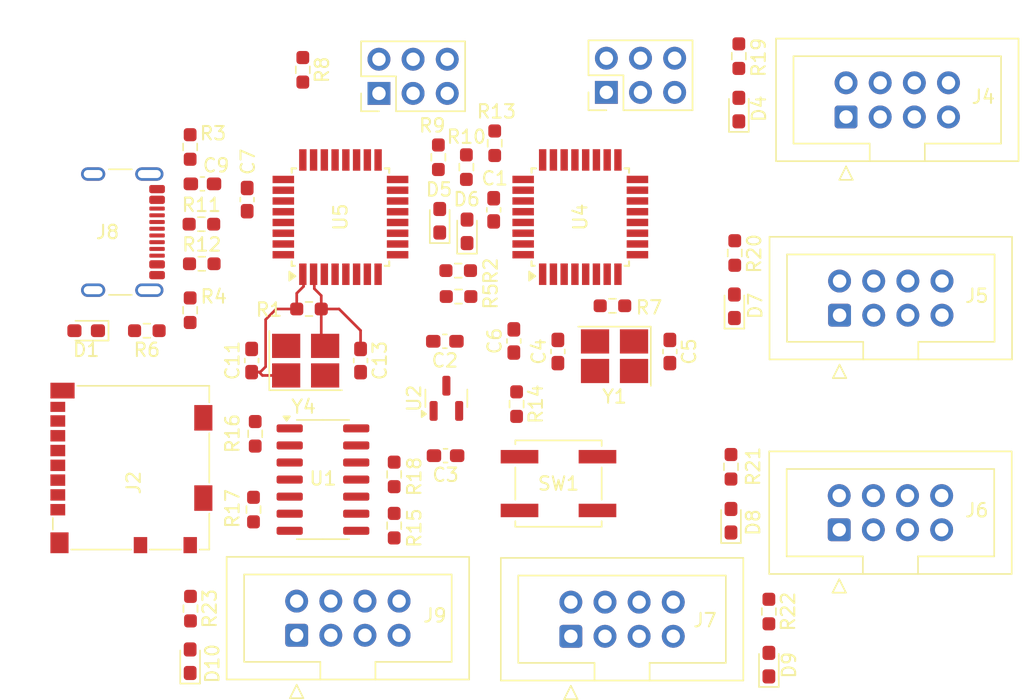
<source format=kicad_pcb>
(kicad_pcb (version 20240108) (generator "pcbnew") (generator_version "8.0")
  (title_block (title "PicoMother") (date "2024-10-23") (rev "1") (company "Bonningre Louis") (comment 1 "Antoine Lecomte"))
  (layers (0 "F.Cu" signal) (31 "B.Cu" signal) (34 "B.Paste" user) (35 "F.Paste" user) (36 "B.SilkS" user "B.Silkscreen") (37 "F.SilkS" user "F.Silkscreen") (38 "B.Mask" user) (39 "F.Mask" user) (44 "Edge.Cuts" user))
  (net 0 "")
  (net 1 "GND")
  (net 2 "Net-(U4-XTAL1{slash}PB6)")
  (net 3 "RESET")
  (net 4 "DTR")
  (net 5 "Net-(U4-XTAL2{slash}PB7)")
  (net 6 "RESET2")
  (net 7 "Net-(D5-A)")
  (net 8 "TXLED")
  (net 9 "RXLED")
  (net 10 "Net-(D6-A)")
  (net 11 "Net-(D1-K)")
  (net 12 "USBVCC")
  (net 13 "SCK2")
  (net 14 "MOSI2")
  (net 15 "MISO2")
  (net 16 "MISO")
  (net 17 "MOSI")
  (net 18 "SCK")
  (net 19 "Net-(U4-PD1)")
  (net 20 "CC2")
  (net 21 "D+")
  (net 22 "D-")
  (net 24 "CC1")
  (net 26 "Net-(U4-GND-Pad21)")
  (net 28 "Net-(J8-D+-PadA6)")
  (net 29 "Net-(J8-D--PadA7)")
  (net 30 "M8RXD")
  (net 31 "M8TXD")
  (net 32 "Net-(U5-UCAP)")
  (net 33 "Net-(U5-PC0{slash}XTAL2)")
  (net 34 "Net-(U5-XTAL1)")
  (net 43 "Net-(D4-A)")
  (net 44 "Net-(D7-A)")
  (net 45 "Net-(D8-A)")
  (net 46 "Net-(D9-A)")
  (net 47 "Net-(D10-A)")
  (net 49 "+3V3")
  (net 50 "MOSI_1")
  (net 51 "CS1_1")
  (net 53 "SCK_1")
  (net 55 "MISO_1")
  (net 57 "INT1")
  (net 58 "RST1")
  (net 59 "CS2")
  (net 60 "RST2")
  (net 61 "INT2")
  (net 62 "CS3")
  (net 63 "RST3")
  (net 64 "INT3")
  (net 65 "CS4")
  (net 66 "RST4")
  (net 67 "INT4")
  (net 68 "CS5")
  (net 69 "INT5")
  (net 70 "RST5")
  (net 71 "CS6")
  (net 72 "Net-(R15-Pad2)")
  (net 73 "CS1")
  (net 74 "Net-(R16-Pad2)")
  (net 75 "Net-(R17-Pad2)")
  (net 76 "Net-(R18-Pad2)")
  (footprint "Resistor_SMD:R_0603_1608Metric_Pad0.98x0.95mm_HandSolder" (layer "F.Cu") (at 120.4468 81.1784 -90)
    (property "Reference" "R8" (at 0 -1.43 90) (layer "F.SilkS"))
    (property "Value" "10k")
    (pad "1" smd roundrect (at -0.9125 0 270) (size 0.975 0.95) (layers "F.Cu" "F.Paste" "F.Mask") (net 12 "USBVCC"))
    (pad "2" smd roundrect (at 0.9125 0 270) (size 0.975 0.95) (layers "F.Cu" "F.Paste" "F.Mask") (net 6 "RESET2"))
  )
  (footprint "Resistor_SMD:R_0603_1608Metric_Pad0.98x0.95mm_HandSolder" (layer "F.Cu") (at 120.9061 98.9695 180)
    (property "Reference" "R1" (at 2.9699 -0.0508 0) (layer "F.SilkS"))
    (property "Value" "1M")
    (pad "1" smd roundrect (at -0.9125 0 180) (size 0.975 0.95) (layers "F.Cu" "F.Paste" "F.Mask") (net 34 "Net-(U5-XTAL1)"))
    (pad "2" smd roundrect (at 0.9125 0 180) (size 0.975 0.95) (layers "F.Cu" "F.Paste" "F.Mask") (net 33 "Net-(U5-PC0{slash}XTAL2)"))
  )
  (footprint "Connector_IDC:IDC-Header_2x04_P2.54mm_Vertical" (layer "F.Cu") (at 119.9896 123.2408 90)
    (property "Reference" "J9" (at 1.4732 10.287 180) (layer "F.SilkS"))
    (property "Value" "Conn_02x04_Counter_Clockwise" (hide yes))
    (pad "1" thru_hole roundrect (at 0 0 90) (size 1.7 1.7) (drill 1) (layers "*.Cu" "*.Mask") (roundrect_rratio 0.147059) (net 1 "GND"))
    (pad "2" thru_hole circle (at 2.54 0 90) (size 1.7 1.7) (drill 1) (layers "*.Cu" "*.Mask") (net 12 "USBVCC"))
    (pad "3" thru_hole circle (at 0 2.54 90) (size 1.7 1.7) (drill 1) (layers "*.Cu" "*.Mask") (net 17 "MOSI"))
    (pad "4" thru_hole circle (at 2.54 2.54 90) (size 1.7 1.7) (drill 1) (layers "*.Cu" "*.Mask") (net 69 "INT5"))
    (pad "5" thru_hole circle (at 0 5.08 90) (size 1.7 1.7) (drill 1) (layers "*.Cu" "*.Mask") (net 16 "MISO"))
    (pad "6" thru_hole circle (at 2.54 5.08 90) (size 1.7 1.7) (drill 1) (layers "*.Cu" "*.Mask") (net 70 "RST5"))
    (pad "7" thru_hole circle (at 0 7.62 90) (size 1.7 1.7) (drill 1) (layers "*.Cu" "*.Mask") (net 18 "SCK"))
    (pad "8" thru_hole circle (at 2.54 7.62 90) (size 1.7 1.7) (drill 1) (layers "*.Cu" "*.Mask") (net 71 "CS6"))
  )
  (footprint "Resistor_SMD:R_0603_1608Metric_Pad0.98x0.95mm_HandSolder" (layer "F.Cu") (at 112.903 92.6592)
    (property "Reference" "R11" (at 0 -1.43 0) (layer "F.SilkS"))
    (property "Value" "22R" (hide yes))
    (pad "1" smd roundrect (at -0.9125 0) (size 0.975 0.95) (layers "F.Cu" "F.Paste" "F.Mask") (net 29 "Net-(J8-D--PadA7)"))
    (pad "2" smd roundrect (at 0.9125 0) (size 0.975 0.95) (layers "F.Cu" "F.Paste" "F.Mask") (net 22 "D-"))
  )
  (footprint "Capacitor_SMD:C_0603_1608Metric_Pad1.08x0.95mm_HandSolder" (layer "F.Cu") (at 139.4206 102.1334 90)
    (property "Reference" "C4" (at 0 -1.43 90) (layer "F.SilkS"))
    (property "Value" "22p")
    (pad "1" smd roundrect (at -0.8625 0 90) (size 1.075 0.95) (layers "F.Cu" "F.Paste" "F.Mask") (net 2 "Net-(U4-XTAL1{slash}PB6)"))
    (pad "2" smd roundrect (at 0.8625 0 90) (size 1.075 0.95) (layers "F.Cu" "F.Paste" "F.Mask") (net 1 "GND"))
  )
  (footprint "Resistor_SMD:R_0603_1608Metric_Pad0.98x0.95mm_HandSolder" (layer "F.Cu") (at 134.7216 86.6394 90)
    (property "Reference" "R13" (at 2.3622 0.127 180) (layer "F.SilkS"))
    (property "Value" "1k" (hide yes))
    (pad "1" smd roundrect (at -0.9125 0 90) (size 0.975 0.95) (layers "F.Cu" "F.Paste" "F.Mask") (net 4 "DTR"))
    (pad "2" smd roundrect (at 0.9125 0 90) (size 0.975 0.95) (layers "F.Cu" "F.Paste" "F.Mask") (net 1 "GND"))
  )
  (footprint "Package_QFP:TQFP-32_7x7mm_P0.8mm" (layer "F.Cu") (at 123.2474 92.134 90)
    (property "Reference" "U5" (at 0 0 90) (layer "F.SilkS"))
    (property "Value" "ATmega8U2-A")
    (pad "1" smd rect (at -4.25 -2.8 90) (size 1.6 0.55) (layers "F.Cu" "F.Paste" "F.Mask") (net 34 "Net-(U5-XTAL1)"))
    (pad "2" smd rect (at -4.25 -2 90) (size 1.6 0.55) (layers "F.Cu" "F.Paste" "F.Mask") (net 33 "Net-(U5-PC0{slash}XTAL2)"))
    (pad "3" smd rect (at -4.25 -1.2 90) (size 1.6 0.55) (layers "F.Cu" "F.Paste" "F.Mask") (net 1 "GND"))
    (pad "4" smd rect (at -4.25 -0.4 90) (size 1.6 0.55) (layers "F.Cu" "F.Paste" "F.Mask") (net 12 "USBVCC"))
    (pad "5" smd rect (at -4.25 0.4 90) (size 1.6 0.55) (layers "F.Cu" "F.Paste" "F.Mask"))
    (pad "6" smd rect (at -4.25 1.2 90) (size 1.6 0.55) (layers "F.Cu" "F.Paste" "F.Mask"))
    (pad "7" smd rect (at -4.25 2 90) (size 1.6 0.55) (layers "F.Cu" "F.Paste" "F.Mask"))
    (pad "8" smd rect (at -4.25 2.8 90) (size 1.6 0.55) (layers "F.Cu" "F.Paste" "F.Mask") (net 31 "M8TXD"))
    (pad "9" smd rect (at -2.8 4.25 180) (size 1.6 0.55) (layers "F.Cu" "F.Paste" "F.Mask") (net 30 "M8RXD"))
    (pad "10" smd rect (at -2 4.25 180) (size 1.6 0.55) (layers "F.Cu" "F.Paste" "F.Mask") (net 9 "RXLED"))
    (pad "11" smd rect (at -1.2 4.25 180) (size 1.6 0.55) (layers "F.Cu" "F.Paste" "F.Mask") (net 8 "TXLED"))
    (pad "12" smd rect (at -0.4 4.25 180) (size 1.6 0.55) (layers "F.Cu" "F.Paste" "F.Mask"))
    (pad "13" smd rect (at 0.4 4.25 180) (size 1.6 0.55) (layers "F.Cu" "F.Paste" "F.Mask") (net 4 "DTR"))
    (pad "14" smd rect (at 1.2 4.25 180) (size 1.6 0.55) (layers "F.Cu" "F.Paste" "F.Mask"))
    (pad "15" smd rect (at 2 4.25 180) (size 1.6 0.55) (layers "F.Cu" "F.Paste" "F.Mask") (net 13 "SCK2"))
    (pad "16" smd rect (at 2.8 4.25 180) (size 1.6 0.55) (layers "F.Cu" "F.Paste" "F.Mask") (net 14 "MOSI2"))
    (pad "17" smd rect (at 4.25 2.8 90) (size 1.6 0.55) (layers "F.Cu" "F.Paste" "F.Mask") (net 15 "MISO2"))
    (pad "18" smd rect (at 4.25 2 90) (size 1.6 0.55) (layers "F.Cu" "F.Paste" "F.Mask"))
    (pad "19" smd rect (at 4.25 1.2 90) (size 1.6 0.55) (layers "F.Cu" "F.Paste" "F.Mask"))
    (pad "20" smd rect (at 4.25 0.4 90) (size 1.6 0.55) (layers "F.Cu" "F.Paste" "F.Mask"))
    (pad "21" smd rect (at 4.25 -0.4 90) (size 1.6 0.55) (layers "F.Cu" "F.Paste" "F.Mask"))
    (pad "22" smd rect (at 4.25 -1.2 90) (size 1.6 0.55) (layers "F.Cu" "F.Paste" "F.Mask"))
    (pad "23" smd rect (at 4.25 -2 90) (size 1.6 0.55) (layers "F.Cu" "F.Paste" "F.Mask"))
    (pad "24" smd rect (at 4.25 -2.8 90) (size 1.6 0.55) (layers "F.Cu" "F.Paste" "F.Mask") (net 6 "RESET2"))
    (pad "25" smd rect (at 2.8 -4.25 180) (size 1.6 0.55) (layers "F.Cu" "F.Paste" "F.Mask"))
    (pad "26" smd rect (at 2 -4.25 180) (size 1.6 0.55) (layers "F.Cu" "F.Paste" "F.Mask"))
    (pad "27" smd rect (at 1.2 -4.25 180) (size 1.6 0.55) (layers "F.Cu" "F.Paste" "F.Mask") (net 32 "Net-(U5-UCAP)"))
    (pad "28" smd rect (at 0.4 -4.25 180) (size 1.6 0.55) (layers "F.Cu" "F.Paste" "F.Mask") (net 1 "GND"))
    (pad "29" smd rect (at -0.4 -4.25 180) (size 1.6 0.55) (layers "F.Cu" "F.Paste" "F.Mask") (net 22 "D-"))
    (pad "30" smd rect (at -1.2 -4.25 180) (size 1.6 0.55) (layers "F.Cu" "F.Paste" "F.Mask") (net 21 "D+"))
    (pad "31" smd rect (at -2 -4.25 180) (size 1.6 0.55) (layers "F.Cu" "F.Paste" "F.Mask") (net 12 "USBVCC"))
    (pad "32" smd rect (at -2.8 -4.25 180) (size 1.6 0.55) (layers "F.Cu" "F.Paste" "F.Mask") (net 12 "USBVCC"))
  )
  (footprint "Resistor_SMD:R_0603_1608Metric_Pad0.98x0.95mm_HandSolder" (layer "F.Cu") (at 152.5778 94.8042 -90)
    (property "Reference" "R20" (at 0.0508 -1.4478 90) (layer "F.SilkS"))
    (property "Value" "1k" (hide yes))
    (pad "1" smd roundrect (at -0.9125 0 270) (size 0.975 0.95) (layers "F.Cu" "F.Paste" "F.Mask") (net 62 "CS3"))
    (pad "2" smd roundrect (at 0.9125 0 270) (size 0.975 0.95) (layers "F.Cu" "F.Paste" "F.Mask") (net 44 "Net-(D7-A)"))
  )
  (footprint "Capacitor_SMD:C_0603_1608Metric_Pad1.08x0.95mm_HandSolder" (layer "F.Cu") (at 131.0651 109.8804 180)
    (property "Reference" "C3" (at 0 -1.43 360) (layer "F.SilkS"))
    (property "Value" "100nF")
    (pad "1" smd roundrect (at -0.8625 0 180) (size 1.075 0.95) (layers "F.Cu" "F.Paste" "F.Mask") (net 49 "+3V3"))
    (pad "2" smd roundrect (at 0.8625 0 180) (size 1.075 0.95) (layers "F.Cu" "F.Paste" "F.Mask") (net 1 "GND"))
  )
  (footprint "Resistor_SMD:R_0603_1608Metric_Pad0.98x0.95mm_HandSolder" (layer "F.Cu") (at 112.9303 95.6056)
    (property "Reference" "R12" (at 0 -1.43 0) (layer "F.SilkS"))
    (property "Value" "22R" (hide yes))
    (pad "1" smd roundrect (at -0.9125 0) (size 0.975 0.95) (layers "F.Cu" "F.Paste" "F.Mask") (net 28 "Net-(J8-D+-PadA6)"))
    (pad "2" smd roundrect (at 0.9125 0) (size 0.975 0.95) (layers "F.Cu" "F.Paste" "F.Mask") (net 21 "D+"))
  )
  (footprint "Resistor_SMD:R_0603_1608Metric_Pad0.98x0.95mm_HandSolder" (layer "F.Cu") (at 143.4802 98.7309)
    (property "Reference" "R7" (at 2.7222 0.127 0) (layer "F.SilkS"))
    (property "Value" "1M")
    (pad "1" smd roundrect (at -0.9125 0) (size 0.975 0.95) (layers "F.Cu" "F.Paste" "F.Mask") (net 2 "Net-(U4-XTAL1{slash}PB6)"))
    (pad "2" smd roundrect (at 0.9125 0) (size 0.975 0.95) (layers "F.Cu" "F.Paste" "F.Mask") (net 5 "Net-(U4-XTAL2{slash}PB7)"))
  )
  (footprint "Connector_IDC:IDC-Header_2x04_P2.54mm_Vertical" (layer "F.Cu") (at 160.3502 115.3922 90)
    (property "Reference" "J6" (at 1.4478 10.2362 180) (layer "F.SilkS"))
    (property "Value" "Conn_02x04_Counter_Clockwise" (hide yes))
    (pad "1" thru_hole roundrect (at 0 0 90) (size 1.7 1.7) (drill 1) (layers "*.Cu" "*.Mask") (roundrect_rratio 0.147059) (net 1 "GND"))
    (pad "2" thru_hole circle (at 2.54 0 90) (size 1.7 1.7) (drill 1) (layers "*.Cu" "*.Mask") (net 12 "USBVCC"))
    (pad "3" thru_hole circle (at 0 2.54 90) (size 1.7 1.7) (drill 1) (layers "*.Cu" "*.Mask") (net 17 "MOSI"))
    (pad "4" thru_hole circle (at 2.54 2.54 90) (size 1.7 1.7) (drill 1) (layers "*.Cu" "*.Mask") (net 64 "INT3"))
    (pad "5" thru_hole circle (at 0 5.08 90) (size 1.7 1.7) (drill 1) (layers "*.Cu" "*.Mask") (net 16 "MISO"))
    (pad "6" thru_hole circle (at 2.54 5.08 90) (size 1.7 1.7) (drill 1) (layers "*.Cu" "*.Mask") (net 63 "RST3"))
    (pad "7" thru_hole circle (at 0 7.62 90) (size 1.7 1.7) (drill 1) (layers "*.Cu" "*.Mask") (net 18 "SCK"))
    (pad "8" thru_hole circle (at 2.54 7.62 90) (size 1.7 1.7) (drill 1) (layers "*.Cu" "*.Mask") (net 65 "CS4"))
  )
  (footprint "Capacitor_SMD:C_0603_1608Metric_Pad1.08x0.95mm_HandSolder" (layer "F.Cu") (at 116.6408 102.8038 90)
    (property "Reference" "C11" (at 0 -1.43 90) (layer "F.SilkS"))
    (property "Value" "22p")
    (pad "1" smd roundrect (at -0.8625 0 90) (size 1.075 0.95) (layers "F.Cu" "F.Paste" "F.Mask") (net 33 "Net-(U5-PC0{slash}XTAL2)"))
    (pad "2" smd roundrect (at 0.8625 0 90) (size 1.075 0.95) (layers "F.Cu" "F.Paste" "F.Mask") (net 1 "GND"))
  )
  (footprint "LED_SMD:LED_0603_1608Metric_Pad1.05x0.95mm_HandSolder" (layer "F.Cu") (at 112.0648 125.1712 90)
    (property "Reference" "D10" (at -0.1778 1.651 90) (layer "F.SilkS"))
    (property "Value" "LED" (hide yes))
    (pad "1" smd roundrect (at -0.875 0 90) (size 1.05 0.95) (layers "F.Cu" "F.Paste" "F.Mask") (net 1 "GND"))
    (pad "2" smd roundrect (at 0.875 0 90) (size 1.05 0.95) (layers "F.Cu" "F.Paste" "F.Mask") (net 47 "Net-(D10-A)"))
  )
  (footprint "Resistor_SMD:R_0603_1608Metric_Pad0.98x0.95mm_HandSolder" (layer "F.Cu") (at 130.5306 87.6808 90)
    (property "Reference" "R9" (at 2.3622 -0.4572 180) (layer "F.SilkS"))
    (property "Value" "1k" (hide yes))
    (pad "1" smd roundrect (at -0.9125 0 90) (size 0.975 0.95) (layers "F.Cu" "F.Paste" "F.Mask") (net 7 "Net-(D5-A)"))
    (pad "2" smd roundrect (at 0.9125 0 90) (size 0.975 0.95) (layers "F.Cu" "F.Paste" "F.Mask") (net 12 "USBVCC"))
  )
  (footprint "Package_QFP:TQFP-32_7x7mm_P0.8mm" (layer "F.Cu") (at 141.0888 92.1318 90)
    (property "Reference" "U4" (at 0 0 90) (layer "F.SilkS"))
    (property "Value" "ATmega328P-A")
    (pad "1" smd rect (at -4.25 -2.8 90) (size 1.6 0.55) (layers "F.Cu" "F.Paste" "F.Mask") (net 64 "INT3"))
    (pad "2" smd rect (at -4.25 -2 90) (size 1.6 0.55) (layers "F.Cu" "F.Paste" "F.Mask") (net 68 "CS5"))
    (pad "3" smd rect (at -4.25 -1.2 90) (size 1.6 0.55) (layers "F.Cu" "F.Paste" "F.Mask") (net 26 "Net-(U4-GND-Pad21)"))
    (pad "4" smd rect (at -4.25 -0.4 90) (size 1.6 0.55) (layers "F.Cu" "F.Paste" "F.Mask") (net 12 "USBVCC"))
    (pad "5" smd rect (at -4.25 0.4 90) (size 1.6 0.55) (layers "F.Cu" "F.Paste" "F.Mask") (net 26 "Net-(U4-GND-Pad21)"))
    (pad "6" smd rect (at -4.25 1.2 90) (size 1.6 0.55) (layers "F.Cu" "F.Paste" "F.Mask") (net 12 "USBVCC"))
    (pad "7" smd rect (at -4.25 2 90) (size 1.6 0.55) (layers "F.Cu" "F.Paste" "F.Mask") (net 2 "Net-(U4-XTAL1{slash}PB6)"))
    (pad "8" smd rect (at -4.25 2.8 90) (size 1.6 0.55) (layers "F.Cu" "F.Paste" "F.Mask") (net 5 "Net-(U4-XTAL2{slash}PB7)"))
    (pad "9" smd rect (at -2.8 4.25 180) (size 1.6 0.55) (layers "F.Cu" "F.Paste" "F.Mask") (net 66 "RST4"))
    (pad "10" smd rect (at -2 4.25 180) (size 1.6 0.55) (layers "F.Cu" "F.Paste" "F.Mask") (net 67 "INT4"))
    (pad "11" smd rect (at -1.2 4.25 180) (size 1.6 0.55) (layers "F.Cu" "F.Paste" "F.Mask") (net 71 "CS6"))
    (pad "12" smd rect (at -0.4 4.25 180) (size 1.6 0.55) (layers "F.Cu" "F.Paste" "F.Mask") (net 70 "RST5"))
    (pad "13" smd rect (at 0.4 4.25 180) (size 1.6 0.55) (layers "F.Cu" "F.Paste" "F.Mask") (net 69 "INT5"))
    (pad "14" smd rect (at 1.2 4.25 180) (size 1.6 0.55) (layers "F.Cu" "F.Paste" "F.Mask") (net 73 "CS1"))
    (pad "15" smd rect (at 2 4.25 180) (size 1.6 0.55) (layers "F.Cu" "F.Paste" "F.Mask") (net 17 "MOSI"))
    (pad "16" smd rect (at 2.8 4.25 180) (size 1.6 0.55) (layers "F.Cu" "F.Paste" "F.Mask") (net 16 "MISO"))
    (pad "17" smd rect (at 4.25 2.8 90) (size 1.6 0.55) (layers "F.Cu" "F.Paste" "F.Mask") (net 18 "SCK"))
    (pad "18" smd rect (at 4.25 2 90) (size 1.6 0.55) (layers "F.Cu" "F.Paste" "F.Mask") (net 12 "USBVCC"))
    (pad "19" smd rect (at 4.25 1.2 90) (size 1.6 0.55) (layers "F.Cu" "F.Paste" "F.Mask"))
    (pad "20" smd rect (at 4.25 0.4 90) (size 1.6 0.55) (layers "F.Cu" "F.Paste" "F.Mask"))
    (pad "21" smd rect (at 4.25 -0.4 90) (size 1.6 0.55) (layers "F.Cu" "F.Paste" "F.Mask") (net 26 "Net-(U4-GND-Pad21)"))
    (pad "22" smd rect (at 4.25 -1.2 90) (size 1.6 0.55) (layers "F.Cu" "F.Paste" "F.Mask"))
    (pad "23" smd rect (at 4.25 -2 90) (size 1.6 0.55) (layers "F.Cu" "F.Paste" "F.Mask") (net 59 "CS2"))
    (pad "24" smd rect (at 4.25 -2.8 90) (size 1.6 0.55) (layers "F.Cu" "F.Paste" "F.Mask") (net 58 "RST1"))
    (pad "25" smd rect (at 2.8 -4.25 180) (size 1.6 0.55) (layers "F.Cu" "F.Paste" "F.Mask") (net 57 "INT1"))
    (pad "26" smd rect (at 2 -4.25 180) (size 1.6 0.55) (layers "F.Cu" "F.Paste" "F.Mask") (net 62 "CS3"))
    (pad "27" smd rect (at 1.2 -4.25 180) (size 1.6 0.55) (layers "F.Cu" "F.Paste" "F.Mask") (net 60 "RST2"))
    (pad "28" smd rect (at 0.4 -4.25 180) (size 1.6 0.55) (layers "F.Cu" "F.Paste" "F.Mask") (net 61 "INT2"))
    (pad "29" smd rect (at -0.4 -4.25 180) (size 1.6 0.55) (layers "F.Cu" "F.Paste" "F.Mask") (net 3 "RESET"))
    (pad "30" smd rect (at -1.2 -4.25 180) (size 1.6 0.55) (layers "F.Cu" "F.Paste" "F.Mask") (net 65 "CS4"))
    (pad "31" smd rect (at -2 -4.25 180) (size 1.6 0.55) (layers "F.Cu" "F.Paste" "F.Mask") (net 19 "Net-(U4-PD1)"))
    (pad "32" smd rect (at -2.8 -4.25 180) (size 1.6 0.55) (layers "F.Cu" "F.Paste" "F.Mask") (net 63 "RST3"))
  )
  (footprint "Capacitor_SMD:C_0603_1608Metric_Pad1.08x0.95mm_HandSolder" (layer "F.Cu") (at 147.7518 102.1345 -90)
    (property "Reference" "C5" (at 0 -1.43 90) (layer "F.SilkS"))
    (property "Value" "22p")
    (pad "1" smd roundrect (at -0.8625 0 270) (size 1.075 0.95) (layers "F.Cu" "F.Paste" "F.Mask") (net 5 "Net-(U4-XTAL2{slash}PB7)"))
    (pad "2" smd roundrect (at 0.8625 0 270) (size 1.075 0.95) (layers "F.Cu" "F.Paste" "F.Mask") (net 1 "GND"))
  )
  (footprint "Capacitor_SMD:C_0603_1608Metric_Pad1.08x0.95mm_HandSolder" (layer "F.Cu") (at 136.144 101.3471 90)
    (property "Reference" "C6" (at 0 -1.43 90) (layer "F.SilkS"))
    (property "Value" "100n")
    (pad "1" smd roundrect (at -0.8625 0 90) (size 1.075 0.95) (layers "F.Cu" "F.Paste" "F.Mask") (net 1 "GND"))
    (pad "2" smd roundrect (at 0.8625 0 90) (size 1.075 0.95) (layers "F.Cu" "F.Paste" "F.Mask") (net 12 "USBVCC"))
  )
  (footprint "LED_SMD:LED_0603_1608Metric_Pad1.05x0.95mm_HandSolder" (layer "F.Cu") (at 130.6322 92.4052 90)
    (property "Reference" "D5" (at 2.3228 -0.0508 180) (layer "F.SilkS"))
    (property "Value" "LED" (hide yes))
    (pad "1" smd roundrect (at -0.875 0 90) (size 1.05 0.95) (layers "F.Cu" "F.Paste" "F.Mask") (net 8 "TXLED"))
    (pad "2" smd roundrect (at 0.875 0 90) (size 1.05 0.95) (layers "F.Cu" "F.Paste" "F.Mask") (net 7 "Net-(D5-A)"))
  )
  (footprint "Connector_Card:microSD_HC_Molex_104031-0811" (layer "F.Cu") (at 107.6706 110.7948 90)
    (property "Reference" "J2" (at -1.097 0.1934 90) (layer "F.SilkS"))
    (property "Value" "Micro_SD")
    (pad "1" smd rect (at -3.105 -5.45 90) (size 0.85 1.1) (layers "F.Cu" "F.Paste" "F.Mask"))
    (pad "2" smd rect (at -2.005 -5.45 90) (size 0.85 1.1) (layers "F.Cu" "F.Paste" "F.Mask") (net 51 "CS1_1"))
    (pad "3" smd rect (at -0.905 -5.45 90) (size 0.85 1.1) (layers "F.Cu" "F.Paste" "F.Mask") (net 50 "MOSI_1"))
    (pad "4" smd rect (at 0.195 -5.45 90) (size 0.85 1.1) (layers "F.Cu" "F.Paste" "F.Mask") (net 49 "+3V3"))
    (pad "5" smd rect (at 1.295 -5.45 90) (size 0.85 1.1) (layers "F.Cu" "F.Paste" "F.Mask") (net 53 "SCK_1"))
    (pad "6" smd rect (at 2.395 -5.45 90) (size 0.85 1.1) (layers "F.Cu" "F.Paste" "F.Mask") (net 1 "GND"))
    (pad "7" smd rect (at 3.495 -5.45 90) (size 0.85 1.1) (layers "F.Cu" "F.Paste" "F.Mask") (net 55 "MISO_1"))
    (pad "8" smd rect (at 4.545 -5.45 90) (size 0.75 1.1) (layers "F.Cu" "F.Paste" "F.Mask"))
    (pad "9" smd rect (at -5.74 0.7 90) (size 1.2 1) (layers "F.Cu" "F.Paste" "F.Mask"))
    (pad "10" smd rect (at -5.74 4.4 90) (size 1.2 1) (layers "F.Cu" "F.Paste" "F.Mask"))
    (pad "11" smd rect (at -5.565 -5.325 90) (size 1.55 1.35) (layers "F.Cu" "F.Paste" "F.Mask") (net 1 "GND"))
    (pad "11" smd rect (at -2.24 5.375 90) (size 1.9 1.35) (layers "F.Cu" "F.Paste" "F.Mask") (net 1 "GND"))
    (pad "11" smd rect (at 3.73 5.375 90) (size 1.9 1.35) (layers "F.Cu" "F.Paste" "F.Mask") (net 1 "GND"))
    (pad "11" smd rect (at 5.755 -5.1 90) (size 1.17 1.8) (layers "F.Cu" "F.Paste" "F.Mask") (net 1 "GND"))
  )
  (footprint "Capacitor_SMD:C_0603_1608Metric_Pad1.08x0.95mm_HandSolder" (layer "F.Cu") (at 116.3066 90.8315 90)
    (property "Reference" "C7" (at 2.8183 0.0508 90) (layer "F.SilkS"))
    (property "Value" "1u")
    (pad "1" smd roundrect (at -0.8625 0 90) (size 1.075 0.95) (layers "F.Cu" "F.Paste" "F.Mask") (net 1 "GND"))
    (pad "2" smd roundrect (at 0.8625 0 90) (size 1.075 0.95) (layers "F.Cu" "F.Paste" "F.Mask") (net 32 "Net-(U5-UCAP)"))
  )
  (footprint "Resistor_SMD:R_0603_1608Metric_Pad0.98x0.95mm_HandSolder" (layer "F.Cu") (at 127.2428 111.2755 90)
    (property "Reference" "R18" (at -0.1543 1.4986 90) (layer "F.SilkS"))
    (property "Value" "3.3k" (hide yes))
    (pad "1" smd roundrect (at -0.9125 0 90) (size 0.975 0.95) (layers "F.Cu" "F.Paste" "F.Mask") (net 55 "MISO_1"))
    (pad "2" smd roundrect (at 0.9125 0 90) (size 0.975 0.95) (layers "F.Cu" "F.Paste" "F.Mask") (net 76 "Net-(R18-Pad2)"))
  )
  (footprint "Resistor_SMD:R_0603_1608Metric_Pad0.98x0.95mm_HandSolder" (layer "F.Cu") (at 112.0648 86.9169 90)
    (property "Reference" "R3" (at 1.0141 1.7018 180) (layer "F.SilkS"))
    (property "Value" "5k1" (hide yes))
    (pad "1" smd roundrect (at -0.9125 0 90) (size 0.975 0.95) (layers "F.Cu" "F.Paste" "F.Mask") (net 24 "CC1"))
    (pad "2" smd roundrect (at 0.9125 0 90) (size 0.975 0.95) (layers "F.Cu" "F.Paste" "F.Mask") (net 1 "GND"))
  )
  (footprint "Resistor_SMD:R_0603_1608Metric_Pad0.98x0.95mm_HandSolder" (layer "F.Cu") (at 108.8435 100.584 180)
    (property "Reference" "R6" (at 0 -1.43 360) (layer "F.SilkS"))
    (property "Value" "2k")
    (pad "1" smd roundrect (at -0.9125 0 180) (size 0.975 0.95) (layers "F.Cu" "F.Paste" "F.Mask") (net 12 "USBVCC"))
    (pad "2" smd roundrect (at 0.9125 0 180) (size 0.975 0.95) (layers "F.Cu" "F.Paste" "F.Mask") (net 11 "Net-(D1-K)"))
  )
  (footprint "Capacitor_SMD:C_0603_1608Metric_Pad1.08x0.95mm_HandSolder" (layer "F.Cu") (at 134.6454 91.5924 -90)
    (property "Reference" "C1" (at -2.3368 -0.0762 0) (layer "F.SilkS"))
    (property "Value" "100n" (hide yes))
    (pad "1" smd roundrect (at -0.8625 0 270) (size 1.075 0.95) (layers "F.Cu" "F.Paste" "F.Mask") (net 4 "DTR"))
    (pad "2" smd roundrect (at 0.8625 0 270) (size 1.075 0.95) (layers "F.Cu" "F.Paste" "F.Mask") (net 3 "RESET"))
  )
  (footprint "Resistor_SMD:R_0603_1608Metric_Pad0.98x0.95mm_HandSolder" (layer "F.Cu") (at 116.778 113.8917 90)
    (property "Reference" "R17" (at 0.0743 -1.5636 90) (layer "F.SilkS"))
    (property "Value" "3.3k" (hide yes))
    (pad "1" smd roundrect (at -0.9125 0 90) (size 0.975 0.95) (layers "F.Cu" "F.Paste" "F.Mask") (net 18 "SCK"))
    (pad "2" smd roundrect (at 0.9125 0 90) (size 0.975 0.95) (layers "F.Cu" "F.Paste" "F.Mask") (net 75 "Net-(R17-Pad2)"))
  )
  (footprint "Connector_IDC:IDC-Header_2x04_P2.54mm_Vertical" (layer "F.Cu") (at 160.3756 99.4315 90)
    (property "Reference" "J5" (at 1.4383 10.2108 180) (layer "F.SilkS"))
    (property "Value" "Conn_02x04_Counter_Clockwise" (hide yes))
    (pad "1" thru_hole roundrect (at 0 0 90) (size 1.7 1.7) (drill 1) (layers "*.Cu" "*.Mask") (roundrect_rratio 0.147059) (net 1 "GND"))
    (pad "2" thru_hole circle (at 2.54 0 90) (size 1.7 1.7) (drill 1) (layers "*.Cu" "*.Mask") (net 12 "USBVCC"))
    (pad "3" thru_hole circle (at 0 2.54 90) (size 1.7 1.7) (drill 1) (layers "*.Cu" "*.Mask") (net 17 "MOSI"))
    (pad "4" thru_hole circle (at 2.54 2.54 90) (size 1.7 1.7) (drill 1) (layers "*.Cu" "*.Mask") (net 61 "INT2"))
    (pad "5" thru_hole circle (at 0 5.08 90) (size 1.7 1.7) (drill 1) (layers "*.Cu" "*.Mask") (net 16 "MISO"))
    (pad "6" thru_hole circle (at 2.54 5.08 90) (size 1.7 1.7) (drill 1) (layers "*.Cu" "*.Mask") (net 60 "RST2"))
    (pad "7" thru_hole circle (at 0 7.62 90) (size 1.7 1.7) (drill 1) (layers "*.Cu" "*.Mask") (net 18 "SCK"))
    (pad "8" thru_hole circle (at 2.54 7.62 90) (size 1.7 1.7) (drill 1) (layers "*.Cu" "*.Mask") (net 62 "CS3"))
  )
  (footprint "Button_Switch_SMD:SW_Push_1P1T_NO_CK_KSC7xxJ" (layer "F.Cu") (at 139.467 111.9566 180)
    (property "Reference" "SW1" (at 0 0 360) (layer "F.SilkS"))
    (property "Value" "SW_Push" (hide yes))
    (pad "1" smd rect (at -2.9 -2 180) (size 2.8 1) (layers "F.Cu" "F.Paste" "F.Mask") (net 1 "GND"))
    (pad "1" smd rect (at 2.9 -2 180) (size 2.8 1) (layers "F.Cu" "F.Paste" "F.Mask") (net 1 "GND"))
    (pad "2" smd rect (at -2.9 2 180) (size 2.8 1) (layers "F.Cu" "F.Paste" "F.Mask") (net 3 "RESET"))
    (pad "2" smd rect (at 2.9 2 180) (size 2.8 1) (layers "F.Cu" "F.Paste" "F.Mask") (net 3 "RESET"))
  )
  (footprint "Connector_PinHeader_2.54mm:PinHeader_2x03_P2.54mm_Vertical" (layer "F.Cu") (at 126.111 82.931 90)
    (property "Reference" "J1" (hide yes))
    (property "Value" "M20-9980345" (hide yes))
    (pad "1" thru_hole rect (at 0 0 90) (size 1.7 1.7) (drill 1) (layers "*.Cu" "*.Mask") (net 15 "MISO2"))
    (pad "2" thru_hole oval (at 2.54 0 90) (size 1.7 1.7) (drill 1) (layers "*.Cu" "*.Mask") (net 12 "USBVCC"))
    (pad "3" thru_hole oval (at 0 2.54 90) (size 1.7 1.7) (drill 1) (layers "*.Cu" "*.Mask") (net 13 "SCK2"))
    (pad "4" thru_hole oval (at 2.54 2.54 90) (size 1.7 1.7) (drill 1) (layers "*.Cu" "*.Mask") (net 14 "MOSI2"))
    (pad "5" thru_hole oval (at 0 5.08 90) (size 1.7 1.7) (drill 1) (layers "*.Cu" "*.Mask") (net 6 "RESET2"))
    (pad "6" thru_hole oval (at 2.54 5.08 90) (size 1.7 1.7) (drill 1) (layers "*.Cu" "*.Mask") (net 1 "GND"))
  )
  (footprint "Capacitor_SMD:C_0603_1608Metric_Pad1.08x0.95mm_HandSolder" (layer "F.Cu") (at 131.0132 101.3714 180)
    (property "Reference" "C2" (at 0 -1.43 360) (layer "F.SilkS"))
    (property "Value" "100nF")
    (pad "1" smd roundrect (at -0.8625 0 180) (size 1.075 0.95) (layers "F.Cu" "F.Paste" "F.Mask") (net 12 "USBVCC"))
    (pad "2" smd roundrect (at 0.8625 0 180) (size 1.075 0.95) (layers "F.Cu" "F.Paste" "F.Mask") (net 1 "GND"))
  )
  (footprint "LED_SMD:LED_0603_1608Metric_Pad1.05x0.95mm_HandSolder" (layer "F.Cu") (at 104.3318 100.584 180)
    (property "Reference" "D1" (at 0 -1.43 360) (layer "F.SilkS"))
    (property "Value" "LED")
    (pad "1" smd roundrect (at -0.875 0 180) (size 1.05 0.95) (layers "F.Cu" "F.Paste" "F.Mask") (net 11 "Net-(D1-K)"))
    (pad "2" smd roundrect (at 0.875 0 180) (size 1.05 0.95) (layers "F.Cu" "F.Paste" "F.Mask") (net 1 "GND"))
  )
  (footprint "Package_SO:SOIC-14_3.9x8.7mm_P1.27mm" (layer "F.Cu") (at 121.9454 111.6584)
    (property "Reference" "U1" (at 0 -0.0775 0) (layer "F.SilkS"))
    (property "Value" "74LVC125" (hide yes))
    (pad "1" smd roundrect (at -2.475 -3.81) (size 1.95 0.6) (layers "F.Cu" "F.Paste" "F.Mask") (net 1 "GND"))
    (pad "2" smd roundrect (at -2.475 -2.54) (size 1.95 0.6) (layers "F.Cu" "F.Paste" "F.Mask") (net 74 "Net-(R16-Pad2)"))
    (pad "3" smd roundrect (at -2.475 -1.27) (size 1.95 0.6) (layers "F.Cu" "F.Paste" "F.Mask") (net 50 "MOSI_1"))
    (pad "4" smd roundrect (at -2.475 0) (size 1.95 0.6) (layers "F.Cu" "F.Paste" "F.Mask") (net 1 "GND"))
    (pad "5" smd roundrect (at -2.475 1.27) (size 1.95 0.6) (layers "F.Cu" "F.Paste" "F.Mask") (net 75 "Net-(R17-Pad2)"))
    (pad "6" smd roundrect (at -2.475 2.54) (size 1.95 0.6) (layers "F.Cu" "F.Paste" "F.Mask") (net 53 "SCK_1"))
    (pad "7" smd roundrect (at -2.475 3.81) (size 1.95 0.6) (layers "F.Cu" "F.Paste" "F.Mask") (net 1 "GND"))
    (pad "8" smd roundrect (at 2.475 3.81) (size 1.95 0.6) (layers "F.Cu" "F.Paste" "F.Mask") (net 51 "CS1_1"))
    (pad "9" smd roundrect (at 2.475 2.54) (size 1.95 0.6) (layers "F.Cu" "F.Paste" "F.Mask") (net 72 "Net-(R15-Pad2)"))
    (pad "10" smd roundrect (at 2.475 1.27) (size 1.95 0.6) (layers "F.Cu" "F.Paste" "F.Mask") (net 1 "GND"))
    (pad "11" smd roundrect (at 2.475 0) (size 1.95 0.6) (layers "F.Cu" "F.Paste" "F.Mask") (net 16 "MISO"))
    (pad "12" smd roundrect (at 2.475 -1.27) (size 1.95 0.6) (layers "F.Cu" "F.Paste" "F.Mask") (net 76 "Net-(R18-Pad2)"))
    (pad "13" smd roundrect (at 2.475 -2.54) (size 1.95 0.6) (layers "F.Cu" "F.Paste" "F.Mask") (net 1 "GND"))
    (pad "14" smd roundrect (at 2.475 -3.81) (size 1.95 0.6) (layers "F.Cu" "F.Paste" "F.Mask") (net 49 "+3V3"))
  )
  (footprint "Resistor_SMD:R_0603_1608Metric_Pad0.98x0.95mm_HandSolder" (layer "F.Cu") (at 152.8826 80.1598 90)
    (property "Reference" "R19" (at -0.1016 1.4732 90) (layer "F.SilkS"))
    (property "Value" "1k" (hide yes))
    (pad "1" smd roundrect (at -0.9125 0 90) (size 0.975 0.95) (layers "F.Cu" "F.Paste" "F.Mask") (net 59 "CS2"))
    (pad "2" smd roundrect (at 0.9125 0 90) (size 0.975 0.95) (layers "F.Cu" "F.Paste" "F.Mask") (net 43 "Net-(D4-A)"))
  )
  (footprint "Capacitor_SMD:C_0603_1608Metric_Pad1.08x0.95mm_HandSolder" (layer "F.Cu") (at 124.7434 102.806 -90)
    (property "Reference" "C13" (at 0 -1.43 90) (layer "F.SilkS"))
    (property "Value" "22p")
    (pad "1" smd roundrect (at -0.8625 0 270) (size 1.075 0.95) (layers "F.Cu" "F.Paste" "F.Mask") (net 34 "Net-(U5-XTAL1)"))
    (pad "2" smd roundrect (at 0.8625 0 270) (size 1.075 0.95) (layers "F.Cu" "F.Paste" "F.Mask") (net 1 "GND"))
  )
  (footprint "Resistor_SMD:R_0603_1608Metric_Pad0.98x0.95mm_HandSolder" (layer "F.Cu") (at 152.2984 110.7072 90)
    (property "Reference" "R21" (at 0.0254 1.651 90) (layer "F.SilkS"))
    (property "Value" "1k" (hide yes))
    (pad "1" smd roundrect (at -0.9125 0 90) (size 0.975 0.95) (layers "F.Cu" "F.Paste" "F.Mask") (net 65 "CS4"))
    (pad "2" smd roundrect (at 0.9125 0 90) (size 0.975 0.95) (layers "F.Cu" "F.Paste" "F.Mask") (net 45 "Net-(D8-A)"))
  )
  (footprint "LED_SMD:LED_0603_1608Metric_Pad1.05x0.95mm_HandSolder" (layer "F.Cu") (at 152.5524 98.7666 90)
    (property "Reference" "D7" (at 0.0308 1.5528 90) (layer "F.SilkS"))
    (property "Value" "LED" (hide yes))
    (pad "1" smd roundrect (at -0.875 0 90) (size 1.05 0.95) (layers "F.Cu" "F.Paste" "F.Mask") (net 1 "GND"))
    (pad "2" smd roundrect (at 0.875 0 90) (size 1.05 0.95) (layers "F.Cu" "F.Paste" "F.Mask") (net 44 "Net-(D7-A)"))
  )
  (footprint "Resistor_SMD:R_0603_1608Metric_Pad0.98x0.95mm_HandSolder" (layer "F.Cu") (at 112.0648 99.06 -90)
    (property "Reference" "R4" (at -1.016 -1.7526 180) (layer "F.SilkS"))
    (property "Value" "5k1" (hide yes))
    (pad "1" smd roundrect (at -0.9125 0 270) (size 0.975 0.95) (layers "F.Cu" "F.Paste" "F.Mask") (net 20 "CC2"))
    (pad "2" smd roundrect (at 0.9125 0 270) (size 0.975 0.95) (layers "F.Cu" "F.Paste" "F.Mask") (net 1 "GND"))
  )
  (footprint "Package_TO_SOT_SMD:SOT-23" (layer "F.Cu") (at 131.1261 105.6132 90)
    (property "Reference" "U2" (at 0 -2.4 90) (layer "F.SilkS"))
    (property "Value" "LM1117-3.3" (hide yes))
    (pad "1" smd roundrect (at -0.9375 -0.95 90) (size 1.475 0.6) (layers "F.Cu" "F.Paste" "F.Mask") (net 1 "GND"))
    (pad "2" smd roundrect (at -0.9375 0.95 90) (size 1.475 0.6) (layers "F.Cu" "F.Paste" "F.Mask") (net 49 "+3V3"))
    (pad "3" smd roundrect (at 0.9375 0 90) (size 1.475 0.6) (layers "F.Cu" "F.Paste" "F.Mask") (net 12 "USBVCC"))
  )
  (footprint "Crystal:Crystal_SMD_SeikoEpson_FA238-4Pin_3.2x2.5mm_HandSoldering" (layer "F.Cu") (at 143.6348 102.4823 180)
    (property "Reference" "Y1" (at 0 -3 0) (layer "F.SilkS"))
    (property "Value" "Crystal_GND24" (hide yes))
    (pad "1" smd rect (at -1.45 1.1 180) (size 2.1 1.8) (layers "F.Cu" "F.Paste" "F.Mask") (net 5 "Net-(U4-XTAL2{slash}PB7)"))
    (pad "2" smd rect (at 1.45 1.1 180) (size 2.1 1.8) (layers "F.Cu" "F.Paste" "F.Mask") (net 1 "GND"))
    (pad "3" smd rect (at 1.45 -1.1 180) (size 2.1 1.8) (layers "F.Cu" "F.Paste" "F.Mask") (net 2 "Net-(U4-XTAL1{slash}PB6)"))
    (pad "4" smd rect (at -1.45 -1.1 180) (size 2.1 1.8) (layers "F.Cu" "F.Paste" "F.Mask") (net 1 "GND"))
  )
  (footprint "Resistor_SMD:R_0603_1608Metric_Pad0.98x0.95mm_HandSolder" (layer "F.Cu") (at 132.0057 96.1136 180)
    (property "Reference" "R2" (at -2.413 -0.0254 90) (layer "F.SilkS"))
    (property "Value" "1k" (hide yes))
    (pad "1" smd roundrect (at -0.9125 0 180) (size 0.975 0.95) (layers "F.Cu" "F.Paste" "F.Mask") (net 65 "CS4"))
    (pad "2" smd roundrect (at 0.9125 0 180) (size 0.975 0.95) (layers "F.Cu" "F.Paste" "F.Mask") (net 30 "M8RXD"))
  )
  (footprint "Resistor_SMD:R_0603_1608Metric_Pad0.98x0.95mm_HandSolder" (layer "F.Cu") (at 155.1178 121.4768 -90)
    (property "Reference" "R22" (at 0 -1.43 90) (layer "F.SilkS"))
    (property "Value" "1k" (hide yes))
    (pad "1" smd roundrect (at -0.9125 0 270) (size 0.975 0.95) (layers "F.Cu" "F.Paste" "F.Mask") (net 68 "CS5"))
    (pad "2" smd roundrect (at 0.9125 0 270) (size 0.975 0.95) (layers "F.Cu" "F.Paste" "F.Mask") (net 46 "Net-(D9-A)"))
  )
  (footprint "Capacitor_SMD:C_0603_1608Metric_Pad1.08x0.95mm_HandSolder" (layer "F.Cu") (at 112.9792 89.662 180)
    (property "Reference" "C9" (at -1.016 1.3716 0) (layer "F.SilkS"))
    (property "Value" "100n" (hide yes))
    (pad "1" smd roundrect (at -0.8625 0 180) (size 1.075 0.95) (layers "F.Cu" "F.Paste" "F.Mask") (net 12 "USBVCC"))
    (pad "2" smd roundrect (at 0.8625 0 180) (size 1.075 0.95) (layers "F.Cu" "F.Paste" "F.Mask") (net 1 "GND"))
  )
  (footprint "LED_SMD:LED_0603_1608Metric_Pad1.05x0.95mm_HandSolder" (layer "F.Cu") (at 152.2984 114.7204 90)
    (property "Reference" "D8" (at -0.127 1.651 90) (layer "F.SilkS"))
    (property "Value" "LED" (hide yes))
    (pad "1" smd roundrect (at -0.875 0 90) (size 1.05 0.95) (layers "F.Cu" "F.Paste" "F.Mask") (net 1 "GND"))
    (pad "2" smd roundrect (at 0.875 0 90) (size 1.05 0.95) (layers "F.Cu" "F.Paste" "F.Mask") (net 45 "Net-(D8-A)"))
  )
  (footprint "Resistor_SMD:R_0603_1608Metric_Pad0.98x0.95mm_HandSolder" (layer "F.Cu") (at 112.0902 121.2596 -90)
    (property "Reference" "R23" (at 0 -1.43 90) (layer "F.SilkS"))
    (property "Value" "1k" (hide yes))
    (pad "1" smd roundrect (at -0.9125 0 270) (size 0.975 0.95) (layers "F.Cu" "F.Paste" "F.Mask") (net 71 "CS6"))
    (pad "2" smd roundrect (at 0.9125 0 270) (size 0.975 0.95) (layers "F.Cu" "F.Paste" "F.Mask") (net 47 "Net-(D10-A)"))
  )
  (footprint "LED_SMD:LED_0603_1608Metric_Pad1.05x0.95mm_HandSolder" (layer "F.Cu") (at 152.8826 84.1362 90)
    (property "Reference" "D4" (at 0.0648 1.4986 90) (layer "F.SilkS"))
    (property "Value" "LED" (hide yes))
    (pad "1" smd roundrect (at -0.875 0 90) (size 1.05 0.95) (layers "F.Cu" "F.Paste" "F.Mask") (net 1 "GND"))
    (pad "2" smd roundrect (at 0.875 0 90) (size 1.05 0.95) (layers "F.Cu" "F.Paste" "F.Mask") (net 43 "Net-(D4-A)"))
  )
  (footprint "Resistor_SMD:R_0603_1608Metric_Pad0.98x0.95mm_HandSolder" (layer "F.Cu") (at 136.3491 106.045 -90)
    (property "Reference" "R14" (at 0 -1.43 90) (layer "F.SilkS"))
    (property "Value" "10k")
    (pad "1" smd roundrect (at -0.9125 0 270) (size 0.975 0.95) (layers "F.Cu" "F.Paste" "F.Mask") (net 12 "USBVCC"))
    (pad "2" smd roundrect (at 0.9125 0 270) (size 0.975 0.95) (layers "F.Cu" "F.Paste" "F.Mask") (net 3 "RESET"))
  )
  (footprint "Resistor_SMD:R_0603_1608Metric_Pad0.98x0.95mm_HandSolder" (layer "F.Cu") (at 127.2428 115.0855 90)
    (property "Reference" "R15" (at -0.1797 1.4986 90) (layer "F.SilkS"))
    (property "Value" "3.3k" (hide yes))
    (pad "1" smd roundrect (at -0.9125 0 90) (size 0.975 0.95) (layers "F.Cu" "F.Paste" "F.Mask") (net 73 "CS1"))
    (pad "2" smd roundrect (at 0.9125 0 90) (size 0.975 0.95) (layers "F.Cu" "F.Paste" "F.Mask") (net 72 "Net-(R15-Pad2)"))
  )
  (footprint "LED_SMD:LED_0603_1608Metric_Pad1.05x0.95mm_HandSolder" (layer "F.Cu") (at 132.6642 93.1926 90)
    (property "Reference" "D6" (at 2.3876 -0.0254 180) (layer "F.SilkS"))
    (property "Value" "LED" (hide yes))
    (pad "1" smd roundrect (at -0.875 0 90) (size 1.05 0.95) (layers "F.Cu" "F.Paste" "F.Mask") (net 9 "RXLED"))
    (pad "2" smd roundrect (at 0.875 0 90) (size 1.05 0.95) (layers "F.Cu" "F.Paste" "F.Mask") (net 10 "Net-(D6-A)"))
  )
  (footprint "Resistor_SMD:R_0603_1608Metric_Pad0.98x0.95mm_HandSolder" (layer "F.Cu") (at 132.6134 88.4155 90)
    (property "Reference" "R10" (at 2.2587 0 180) (layer "F.SilkS"))
    (property "Value" "1k" (hide yes))
    (pad "1" smd roundrect (at -0.9125 0 90) (size 0.975 0.95) (layers "F.Cu" "F.Paste" "F.Mask") (net 10 "Net-(D6-A)"))
    (pad "2" smd roundrect (at 0.9125 0 90) (size 0.975 0.95) (layers "F.Cu" "F.Paste" "F.Mask") (net 12 "USBVCC"))
  )
  (footprint "Connector_IDC:IDC-Header_2x04_P2.54mm_Vertical" (layer "F.Cu") (at 160.8582 84.6836 90)
    (property "Reference" "J4" (at 1.4986 10.2108 180) (layer "F.SilkS"))
    (property "Value" "Conn_02x04_Counter_Clockwise" (hide yes))
    (pad "1" thru_hole roundrect (at 0 0 90) (size 1.7 1.7) (drill 1) (layers "*.Cu" "*.Mask") (roundrect_rratio 0.147059) (net 1 "GND"))
    (pad "2" thru_hole circle (at 2.54 0 90) (size 1.7 1.7) (drill 1) (layers "*.Cu" "*.Mask") (net 12 "USBVCC"))
    (pad "3" thru_hole circle (at 0 2.54 90) (size 1.7 1.7) (drill 1) (layers "*.Cu" "*.Mask") (net 17 "MOSI"))
    (pad "4" thru_hole circle (at 2.54 2.54 90) (size 1.7 1.7) (drill 1) (layers "*.Cu" "*.Mask") (net 57 "INT1"))
    (pad "5" thru_hole circle (at 0 5.08 90) (size 1.7 1.7) (drill 1) (layers "*.Cu" "*.Mask") (net 16 "MISO"))
    (pad "6" thru_hole circle (at 2.54 5.08 90) (size 1.7 1.7) (drill 1) (layers "*.Cu" "*.Mask") (net 58 "RST1"))
    (pad "7" thru_hole circle (at 0 7.62 90) (size 1.7 1.7) (drill 1) (layers "*.Cu" "*.Mask") (net 18 "SCK"))
    (pad "8" thru_hole circle (at 2.54 7.62 90) (size 1.7 1.7) (drill 1) (layers "*.Cu" "*.Mask") (net 59 "CS2"))
  )
  (footprint "Crystal:Crystal_SMD_SeikoEpson_FA238-4Pin_3.2x2.5mm_HandSoldering" (layer "F.Cu") (at 120.6562 102.8127)
    (property "Reference" "Y4" (at -0.1546 3.4212 180) (layer "F.SilkS"))
    (property "Value" "Crystal_GND24" (hide yes))
    (pad "1" smd rect (at -1.45 1.1) (size 2.1 1.8) (layers "F.Cu" "F.Paste" "F.Mask") (net 33 "Net-(U5-PC0{slash}XTAL2)"))
    (pad "2" smd rect (at 1.45 1.1) (size 2.1 1.8) (layers "F.Cu" "F.Paste" "F.Mask") (net 1 "GND"))
    (pad "3" smd rect (at 1.45 -1.1) (size 2.1 1.8) (layers "F.Cu" "F.Paste" "F.Mask") (net 34 "Net-(U5-XTAL1)"))
    (pad "4" smd rect (at -1.45 -1.1) (size 2.1 1.8) (layers "F.Cu" "F.Paste" "F.Mask") (net 1 "GND"))
  )
  (footprint "Resistor_SMD:R_0603_1608Metric_Pad0.98x0.95mm_HandSolder" (layer "F.Cu") (at 116.905 108.2548 -90)
    (property "Reference" "R16" (at -0.0254 1.6906 90) (layer "F.SilkS"))
    (property "Value" "3.3k" (hide yes))
    (pad "1" smd roundrect (at -0.9125 0 270) (size 0.975 0.95) (layers "F.Cu" "F.Paste" "F.Mask") (net 17 "MOSI"))
    (pad "2" smd roundrect (at 0.9125 0 270) (size 0.975 0.95) (layers "F.Cu" "F.Paste" "F.Mask") (net 74 "Net-(R16-Pad2)"))
  )
  (footprint "Connector_IDC:IDC-Header_2x04_P2.54mm_Vertical" (layer "F.Cu") (at 140.3858 123.317 90)
    (property "Reference" "J7" (at 1.1938 9.9822 180) (layer "F.SilkS"))
    (property "Value" "Conn_02x04_Counter_Clockwise" (hide yes))
    (pad "1" thru_hole roundrect (at 0 0 90) (size 1.7 1.7) (drill 1) (layers "*.Cu" "*.Mask") (roundrect_rratio 0.147059) (net 1 "GND"))
    (pad "2" thru_hole circle (at 2.54 0 90) (size 1.7 1.7) (drill 1) (layers "*.Cu" "*.Mask") (net 12 "USBVCC"))
    (pad "3" thru_hole circle (at 0 2.54 90) (size 1.7 1.7) (drill 1) (layers "*.Cu" "*.Mask") (net 17 "MOSI"))
    (pad "4" thru_hole circle (at 2.54 2.54 90) (size 1.7 1.7) (drill 1) (layers "*.Cu" "*.Mask") (net 67 "INT4"))
    (pad "5" thru_hole circle (at 0 5.08 90) (size 1.7 1.7) (drill 1) (layers "*.Cu" "*.Mask") (net 16 "MISO"))
    (pad "6" thru_hole circle (at 2.54 5.08 90) (size 1.7 1.7) (drill 1) (layers "*.Cu" "*.Mask") (net 66 "RST4"))
    (pad "7" thru_hole circle (at 0 7.62 90) (size 1.7 1.7) (drill 1) (layers "*.Cu" "*.Mask") (net 18 "SCK"))
    (pad "8" thru_hole circle (at 2.54 7.62 90) (size 1.7 1.7) (drill 1) (layers "*.Cu" "*.Mask") (net 68 "CS5"))
  )
  (footprint "Resistor_SMD:R_0603_1608Metric_Pad0.98x0.95mm_HandSolder" (layer "F.Cu") (at 132.0311 98.044)
    (property "Reference" "R5" (at 2.3876 -0.0254 90) (layer "F.SilkS"))
    (property "Value" "1k" (hide yes))
    (pad "1" smd roundrect (at -0.9125 0) (size 0.975 0.95) (layers "F.Cu" "F.Paste" "F.Mask") (net 31 "M8TXD"))
    (pad "2" smd roundrect (at 0.9125 0) (size 0.975 0.95) (layers "F.Cu" "F.Paste" "F.Mask") (net 19 "Net-(U4-PD1)"))
  )
  (footprint "LED_SMD:LED_0603_1608Metric_Pad1.05x0.95mm_HandSolder" (layer "F.Cu") (at 155.1178 125.4252 90)
    (property "Reference" "D9" (at -0.0394 1.4986 90) (layer "F.SilkS"))
    (property "Value" "LED" (hide yes))
    (pad "1" smd roundrect (at -0.875 0 90) (size 1.05 0.95) (layers "F.Cu" "F.Paste" "F.Mask") (net 1 "GND"))
    (pad "2" smd roundrect (at 0.875 0 90) (size 1.05 0.95) (layers "F.Cu" "F.Paste" "F.Mask") (net 46 "Net-(D9-A)"))
  )
  (footprint "Connector_PinHeader_2.54mm:PinHeader_2x03_P2.54mm_Vertical" (layer "F.Cu") (at 143.0274 82.8548 90)
    (property "Reference" "J3" (hide yes))
    (property "Value" "M20-9980345")
    (pad "1" thru_hole rect (at 0 0 90) (size 1.7 1.7) (drill 1) (layers "*.Cu" "*.Mask") (net 16 "MISO"))
    (pad "2" thru_hole oval (at 2.54 0 90) (size 1.7 1.7) (drill 1) (layers "*.Cu" "*.Mask") (net 12 "USBVCC"))
    (pad "3" thru_hole oval (at 0 2.54 90) (size 1.7 1.7) (drill 1) (layers "*.Cu" "*.Mask") (net 18 "SCK"))
    (pad "4" thru_hole oval (at 2.54 2.54 90) (size 1.7 1.7) (drill 1) (layers "*.Cu" "*.Mask") (net 17 "MOSI"))
    (pad "5" thru_hole oval (at 0 5.08 90) (size 1.7 1.7) (drill 1) (layers "*.Cu" "*.Mask") (net 3 "RESET"))
    (pad "6" thru_hole oval (at 2.54 5.08 90) (size 1.7 1.7) (drill 1) (layers "*.Cu" "*.Mask") (net 1 "GND"))
  )
  (footprint "Connector_USB:USB_C_Receptacle_GCT_USB4105-xx-A_16P_TopMnt_Horizontal" (layer "F.Cu") (at 105.9243 93.25 -90)
    (property "Reference" "J8" (at 0 0 0) (layer "F.SilkS"))
    (property "Value" "USB_C")
    (pad "" np_thru_hole circle (at -2.89 -2.605 270) (size 0.65 0.65) (drill 0.65) (layers "F&B.Cu" "*.Mask"))
    (pad "" np_thru_hole circle (at 2.89 -2.605 270) (size 0.65 0.65) (drill 0.65) (layers "F&B.Cu" "*.Mask"))
    (pad "A1" smd roundrect (at -3.2 -3.68 270) (size 0.6 1.15) (layers "F.Cu" "F.Paste" "F.Mask") (net 1 "GND"))
    (pad "A4" smd roundrect (at -2.4 -3.68 270) (size 0.6 1.15) (layers "F.Cu" "F.Paste" "F.Mask") (net 12 "USBVCC"))
    (pad "A5" smd roundrect (at -1.25 -3.68 270) (size 0.3 1.15) (layers "F.Cu" "F.Paste" "F.Mask") (net 24 "CC1"))
    (pad "A6" smd roundrect (at -0.25 -3.68 270) (size 0.3 1.15) (layers "F.Cu" "F.Paste" "F.Mask") (net 28 "Net-(J8-D+-PadA6)"))
    (pad "A7" smd roundrect (at 0.25 -3.68 270) (size 0.3 1.15) (layers "F.Cu" "F.Paste" "F.Mask") (net 29 "Net-(J8-D--PadA7)"))
    (pad "A8" smd roundrect (at 1.25 -3.68 270) (size 0.3 1.15) (layers "F.Cu" "F.Paste" "F.Mask"))
    (pad "A9" smd roundrect (at 2.4 -3.68 270) (size 0.6 1.15) (layers "F.Cu" "F.Paste" "F.Mask") (net 12 "USBVCC"))
    (pad "A12" smd roundrect (at 3.2 -3.68 270) (size 0.6 1.15) (layers "F.Cu" "F.Paste" "F.Mask") (net 1 "GND"))
    (pad "B1" smd roundrect (at 3.2 -3.68 270) (size 0.6 1.15) (layers "F.Cu" "F.Paste" "F.Mask") (net 1 "GND"))
    (pad "B4" smd roundrect (at 2.4 -3.68 270) (size 0.6 1.15) (layers "F.Cu" "F.Paste" "F.Mask") (net 12 "USBVCC"))
    (pad "B5" smd roundrect (at 1.75 -3.68 270) (size 0.3 1.15) (layers "F.Cu" "F.Paste" "F.Mask") (net 20 "CC2"))
    (pad "B6" smd roundrect (at 0.75 -3.68 270) (size 0.3 1.15) (layers "F.Cu" "F.Paste" "F.Mask") (net 28 "Net-(J8-D+-PadA6)"))
    (pad "B7" smd roundrect (at -0.75 -3.68 270) (size 0.3 1.15) (layers "F.Cu" "F.Paste" "F.Mask") (net 29 "Net-(J8-D--PadA7)"))
    (pad "B8" smd roundrect (at -1.75 -3.68 270) (size 0.3 1.15) (layers "F.Cu" "F.Paste" "F.Mask"))
    (pad "B9" smd roundrect (at -2.4 -3.68 270) (size 0.6 1.15) (layers "F.Cu" "F.Paste" "F.Mask") (net 12 "USBVCC"))
    (pad "B12" smd roundrect (at -3.2 -3.68 270) (size 0.6 1.15) (layers "F.Cu" "F.Paste" "F.Mask") (net 1 "GND"))
    (pad "S1" thru_hole oval (at -4.32 -3.105 270) (size 1 2.1) (drill oval 0.6 1.7) (layers "*.Cu" "*.Mask" "F.Paste") (net 1 "GND"))
    (pad "S1" thru_hole oval (at -4.32 1.075 270) (size 1 1.8) (drill oval 0.6 1.4) (layers "*.Cu" "*.Mask" "F.Paste") (net 1 "GND"))
    (pad "S1" thru_hole oval (at 4.32 -3.105 270) (size 1 2.1) (drill oval 0.6 1.7) (layers "*.Cu" "*.Mask" "F.Paste") (net 1 "GND"))
    (pad "S1" thru_hole oval (at 4.32 1.075 270) (size 1 1.8) (drill oval 0.6 1.4) (layers "*.Cu" "*.Mask" "F.Paste") (net 1 "GND"))
  )
  (segment (start 119.9936 98.9695) (end 118.4696 98.9695) (width 0.2) (layer "F.Cu") (net 33))
  (segment (start 117.1742 103.6663) (end 116.6408 103.6663) (width 0.2) (layer "F.Cu") (net 33))
  (segment (start 117.1742 103.6663) (end 117.1974 103.6663) (width 0.2) (layer "F.Cu") (net 33))
  (segment (start 119.9936 97.8011) (end 119.9936 98.9695) (width 0.2) (layer "F.Cu") (net 33))
  (segment (start 117.6822 99.7569) (end 117.6822 103.2621) (width 0.2) (layer "F.Cu") (net 33))
  (segment (start 120.5024 97.2923) (end 119.9936 97.8011) (width 0.2) (layer "F.Cu") (net 33))
  (segment (start 117.1974 103.6663) (end 117.4438 103.9127) (width 0.2) (layer "F.Cu") (net 33))
  (segment (start 117.4438 103.9127) (end 119.2062 103.9127) (width 0.2) (layer "F.Cu") (net 33))
  (segment (start 117.278 103.6663) (end 117.1742 103.6663) (width 0.2) (layer "F.Cu") (net 33))
  (segment (start 117.6822 103.2621) (end 117.278 103.6663) (width 0.2) (layer "F.Cu") (net 33))
  (segment (start 120.5024 96.3733) (end 120.5024 97.2923) (width 0.2) (layer "F.Cu") (net 33))
  (segment (start 118.4696 98.9695) (end 117.6822 99.7569) (width 0.2) (layer "F.Cu") (net 33))
  (segment (start 121.3024 96.3733) (end 121.3024 97.4589) (width 0.2) (layer "F.Cu") (net 34))
  (segment (start 123.1432 98.9695) (end 124.7434 100.5697) (width 0.2) (layer "F.Cu") (net 34))
  (segment (start 121.8186 97.9751) (end 121.8186 98.9695) (width 0.2) (layer "F.Cu") (net 34))
  (segment (start 121.8186 101.4251) (end 122.1062 101.7127) (width 0.2) (layer "F.Cu") (net 34))
  (segment (start 124.7434 100.5697) (end 124.7434 101.9435) (width 0.2) (layer "F.Cu") (net 34))
  (segment (start 121.3024 97.4589) (end 121.8186 97.9751) (width 0.2) (layer "F.Cu") (net 34))
  (segment (start 121.8186 98.9695) (end 121.8186 101.4251) (width 0.2) (layer "F.Cu") (net 34))
  (segment (start 121.8186 98.9695) (end 123.1432 98.9695) (width 0.2) (layer "F.Cu") (net 34))
)
</source>
